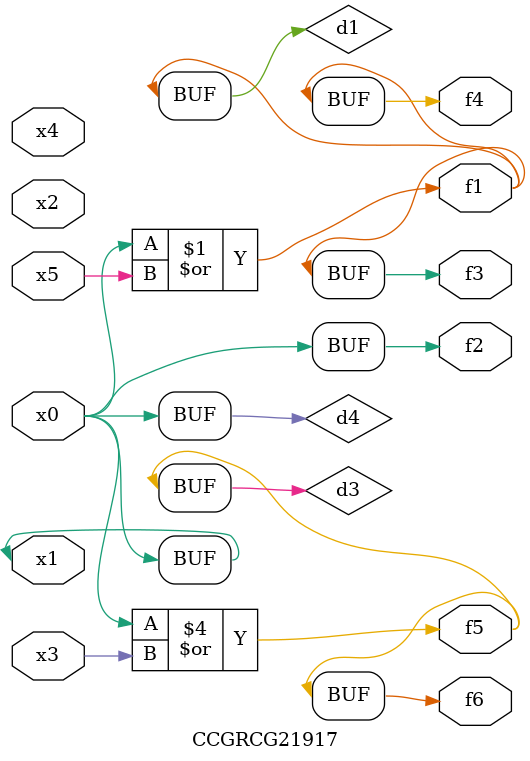
<source format=v>
module CCGRCG21917(
	input x0, x1, x2, x3, x4, x5,
	output f1, f2, f3, f4, f5, f6
);

	wire d1, d2, d3, d4;

	or (d1, x0, x5);
	xnor (d2, x1, x4);
	or (d3, x0, x3);
	buf (d4, x0, x1);
	assign f1 = d1;
	assign f2 = d4;
	assign f3 = d1;
	assign f4 = d1;
	assign f5 = d3;
	assign f6 = d3;
endmodule

</source>
